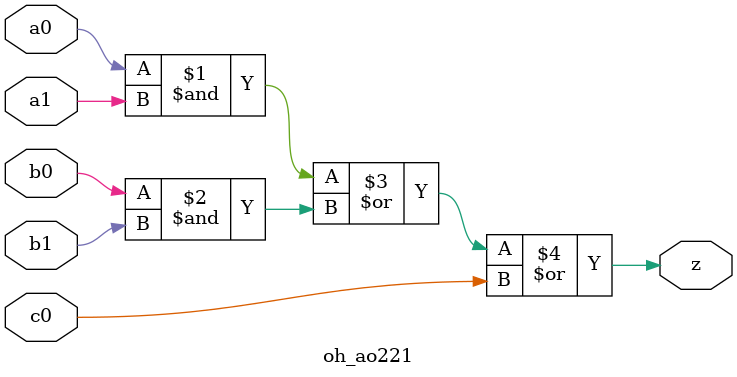
<source format=v>
module oh_ao221(	// file.cleaned.mlir:2:3
  input  a0,	// file.cleaned.mlir:2:26
         a1,	// file.cleaned.mlir:2:39
         b0,	// file.cleaned.mlir:2:52
         b1,	// file.cleaned.mlir:2:65
         c0,	// file.cleaned.mlir:2:78
  output z	// file.cleaned.mlir:2:92
);

  assign z = a0 & a1 | b0 & b1 | c0;	// file.cleaned.mlir:3:10, :4:10, :5:10, :6:5
endmodule


</source>
